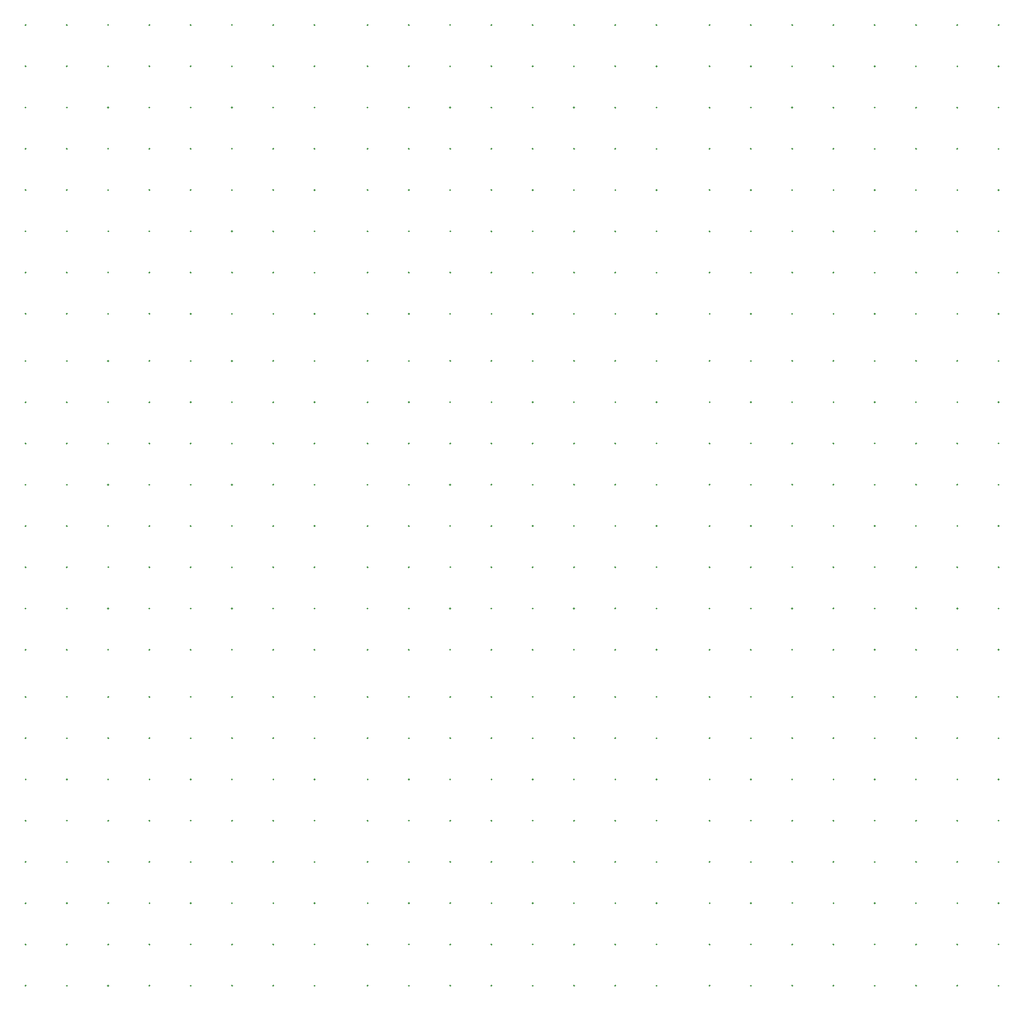
<source format=gbr>
%TF.GenerationSoftware,Altium Limited,Altium Designer,21.6.1 (37)*%
G04 Layer_Color=65535*
%FSLAX43Y43*%
%MOMM*%
%TF.SameCoordinates,8D5B277E-474B-43DD-86F4-B2073A371E15*%
%TF.FilePolarity,Positive*%
%TF.FileFunction,Legend,Top*%
%TF.Part,CustomerPanel*%
G01*
G75*
%TA.AperFunction,NonConductor*%
%ADD22C,0.200*%
D22*
X145060Y125778D02*
G03*
X145060Y125778I-100J0D01*
G01*
X117060Y167778D02*
G03*
X117060Y167778I-100J0D01*
G01*
X124060D02*
G03*
X124060Y167778I-100J0D01*
G01*
X131060D02*
G03*
X131060Y167778I-100J0D01*
G01*
X138060D02*
G03*
X138060Y167778I-100J0D01*
G01*
X145060D02*
G03*
X145060Y167778I-100J0D01*
G01*
X152060D02*
G03*
X152060Y167778I-100J0D01*
G01*
X159060D02*
G03*
X159060Y167778I-100J0D01*
G01*
X166060D02*
G03*
X166060Y167778I-100J0D01*
G01*
X117060Y160778D02*
G03*
X117060Y160778I-100J0D01*
G01*
X124060D02*
G03*
X124060Y160778I-100J0D01*
G01*
X131060D02*
G03*
X131060Y160778I-100J0D01*
G01*
X138060D02*
G03*
X138060Y160778I-100J0D01*
G01*
X145060D02*
G03*
X145060Y160778I-100J0D01*
G01*
X152060D02*
G03*
X152060Y160778I-100J0D01*
G01*
X159060D02*
G03*
X159060Y160778I-100J0D01*
G01*
X166060D02*
G03*
X166060Y160778I-100J0D01*
G01*
X117060Y153778D02*
G03*
X117060Y153778I-100J0D01*
G01*
X124060D02*
G03*
X124060Y153778I-100J0D01*
G01*
X131060D02*
G03*
X131060Y153778I-100J0D01*
G01*
X138060D02*
G03*
X138060Y153778I-100J0D01*
G01*
X145060D02*
G03*
X145060Y153778I-100J0D01*
G01*
X152060D02*
G03*
X152060Y153778I-100J0D01*
G01*
X159060D02*
G03*
X159060Y153778I-100J0D01*
G01*
X166060D02*
G03*
X166060Y153778I-100J0D01*
G01*
X117060Y146778D02*
G03*
X117060Y146778I-100J0D01*
G01*
X124060D02*
G03*
X124060Y146778I-100J0D01*
G01*
X131060D02*
G03*
X131060Y146778I-100J0D01*
G01*
X138060D02*
G03*
X138060Y146778I-100J0D01*
G01*
X145060D02*
G03*
X145060Y146778I-100J0D01*
G01*
X152060D02*
G03*
X152060Y146778I-100J0D01*
G01*
X159060D02*
G03*
X159060Y146778I-100J0D01*
G01*
X166060D02*
G03*
X166060Y146778I-100J0D01*
G01*
X117060Y139778D02*
G03*
X117060Y139778I-100J0D01*
G01*
X124060D02*
G03*
X124060Y139778I-100J0D01*
G01*
X131060D02*
G03*
X131060Y139778I-100J0D01*
G01*
X138060D02*
G03*
X138060Y139778I-100J0D01*
G01*
X145060D02*
G03*
X145060Y139778I-100J0D01*
G01*
X152060D02*
G03*
X152060Y139778I-100J0D01*
G01*
X159060D02*
G03*
X159060Y139778I-100J0D01*
G01*
X166060D02*
G03*
X166060Y139778I-100J0D01*
G01*
X117060Y132778D02*
G03*
X117060Y132778I-100J0D01*
G01*
X124060D02*
G03*
X124060Y132778I-100J0D01*
G01*
X131090Y132799D02*
G03*
X131090Y132799I-100J0D01*
G01*
X138060Y132778D02*
G03*
X138060Y132778I-100J0D01*
G01*
X145060D02*
G03*
X145060Y132778I-100J0D01*
G01*
X152060D02*
G03*
X152060Y132778I-100J0D01*
G01*
X159060D02*
G03*
X159060Y132778I-100J0D01*
G01*
X166060D02*
G03*
X166060Y132778I-100J0D01*
G01*
X117060Y125778D02*
G03*
X117060Y125778I-100J0D01*
G01*
X124060D02*
G03*
X124060Y125778I-100J0D01*
G01*
X131060D02*
G03*
X131060Y125778I-100J0D01*
G01*
X138060D02*
G03*
X138060Y125778I-100J0D01*
G01*
X152060D02*
G03*
X152060Y125778I-100J0D01*
G01*
X159060D02*
G03*
X159060Y125778I-100J0D01*
G01*
X166060D02*
G03*
X166060Y125778I-100J0D01*
G01*
X117060Y118778D02*
G03*
X117060Y118778I-100J0D01*
G01*
X124060D02*
G03*
X124060Y118778I-100J0D01*
G01*
X131060D02*
G03*
X131060Y118778I-100J0D01*
G01*
X138060D02*
G03*
X138060Y118778I-100J0D01*
G01*
X145060D02*
G03*
X145060Y118778I-100J0D01*
G01*
X152060D02*
G03*
X152060Y118778I-100J0D01*
G01*
X159060D02*
G03*
X159060Y118778I-100J0D01*
G01*
X166060D02*
G03*
X166060Y118778I-100J0D01*
G01*
X145060Y68778D02*
G03*
X145060Y68778I-100J0D01*
G01*
X117060Y110778D02*
G03*
X117060Y110778I-100J0D01*
G01*
X124060D02*
G03*
X124060Y110778I-100J0D01*
G01*
X131060D02*
G03*
X131060Y110778I-100J0D01*
G01*
X138060D02*
G03*
X138060Y110778I-100J0D01*
G01*
X145060D02*
G03*
X145060Y110778I-100J0D01*
G01*
X152060D02*
G03*
X152060Y110778I-100J0D01*
G01*
X159060D02*
G03*
X159060Y110778I-100J0D01*
G01*
X166060D02*
G03*
X166060Y110778I-100J0D01*
G01*
X117060Y103778D02*
G03*
X117060Y103778I-100J0D01*
G01*
X124060D02*
G03*
X124060Y103778I-100J0D01*
G01*
X131060D02*
G03*
X131060Y103778I-100J0D01*
G01*
X138060D02*
G03*
X138060Y103778I-100J0D01*
G01*
X145060D02*
G03*
X145060Y103778I-100J0D01*
G01*
X152060D02*
G03*
X152060Y103778I-100J0D01*
G01*
X159060D02*
G03*
X159060Y103778I-100J0D01*
G01*
X166060D02*
G03*
X166060Y103778I-100J0D01*
G01*
X117060Y96778D02*
G03*
X117060Y96778I-100J0D01*
G01*
X124060D02*
G03*
X124060Y96778I-100J0D01*
G01*
X131060D02*
G03*
X131060Y96778I-100J0D01*
G01*
X138060D02*
G03*
X138060Y96778I-100J0D01*
G01*
X145060D02*
G03*
X145060Y96778I-100J0D01*
G01*
X152060D02*
G03*
X152060Y96778I-100J0D01*
G01*
X159060D02*
G03*
X159060Y96778I-100J0D01*
G01*
X166060D02*
G03*
X166060Y96778I-100J0D01*
G01*
X117060Y89778D02*
G03*
X117060Y89778I-100J0D01*
G01*
X124060D02*
G03*
X124060Y89778I-100J0D01*
G01*
X131060D02*
G03*
X131060Y89778I-100J0D01*
G01*
X138060D02*
G03*
X138060Y89778I-100J0D01*
G01*
X145060D02*
G03*
X145060Y89778I-100J0D01*
G01*
X152060D02*
G03*
X152060Y89778I-100J0D01*
G01*
X159060D02*
G03*
X159060Y89778I-100J0D01*
G01*
X166060D02*
G03*
X166060Y89778I-100J0D01*
G01*
X117060Y82778D02*
G03*
X117060Y82778I-100J0D01*
G01*
X124060D02*
G03*
X124060Y82778I-100J0D01*
G01*
X131060D02*
G03*
X131060Y82778I-100J0D01*
G01*
X138060D02*
G03*
X138060Y82778I-100J0D01*
G01*
X145060D02*
G03*
X145060Y82778I-100J0D01*
G01*
X152060D02*
G03*
X152060Y82778I-100J0D01*
G01*
X159060D02*
G03*
X159060Y82778I-100J0D01*
G01*
X166060D02*
G03*
X166060Y82778I-100J0D01*
G01*
X117060Y75778D02*
G03*
X117060Y75778I-100J0D01*
G01*
X124060D02*
G03*
X124060Y75778I-100J0D01*
G01*
X131090Y75799D02*
G03*
X131090Y75799I-100J0D01*
G01*
X138060Y75778D02*
G03*
X138060Y75778I-100J0D01*
G01*
X145060D02*
G03*
X145060Y75778I-100J0D01*
G01*
X152060D02*
G03*
X152060Y75778I-100J0D01*
G01*
X159060D02*
G03*
X159060Y75778I-100J0D01*
G01*
X166060D02*
G03*
X166060Y75778I-100J0D01*
G01*
X117060Y68778D02*
G03*
X117060Y68778I-100J0D01*
G01*
X124060D02*
G03*
X124060Y68778I-100J0D01*
G01*
X131060D02*
G03*
X131060Y68778I-100J0D01*
G01*
X138060D02*
G03*
X138060Y68778I-100J0D01*
G01*
X152060D02*
G03*
X152060Y68778I-100J0D01*
G01*
X159060D02*
G03*
X159060Y68778I-100J0D01*
G01*
X166060D02*
G03*
X166060Y68778I-100J0D01*
G01*
X117060Y61778D02*
G03*
X117060Y61778I-100J0D01*
G01*
X124060D02*
G03*
X124060Y61778I-100J0D01*
G01*
X131060D02*
G03*
X131060Y61778I-100J0D01*
G01*
X138060D02*
G03*
X138060Y61778I-100J0D01*
G01*
X145060D02*
G03*
X145060Y61778I-100J0D01*
G01*
X152060D02*
G03*
X152060Y61778I-100J0D01*
G01*
X159060D02*
G03*
X159060Y61778I-100J0D01*
G01*
X166060D02*
G03*
X166060Y61778I-100J0D01*
G01*
X145060Y11778D02*
G03*
X145060Y11778I-100J0D01*
G01*
X117060Y53778D02*
G03*
X117060Y53778I-100J0D01*
G01*
X124060D02*
G03*
X124060Y53778I-100J0D01*
G01*
X131060D02*
G03*
X131060Y53778I-100J0D01*
G01*
X138060D02*
G03*
X138060Y53778I-100J0D01*
G01*
X145060D02*
G03*
X145060Y53778I-100J0D01*
G01*
X152060D02*
G03*
X152060Y53778I-100J0D01*
G01*
X159060D02*
G03*
X159060Y53778I-100J0D01*
G01*
X166060D02*
G03*
X166060Y53778I-100J0D01*
G01*
X117060Y46778D02*
G03*
X117060Y46778I-100J0D01*
G01*
X124060D02*
G03*
X124060Y46778I-100J0D01*
G01*
X131060D02*
G03*
X131060Y46778I-100J0D01*
G01*
X138060D02*
G03*
X138060Y46778I-100J0D01*
G01*
X145060D02*
G03*
X145060Y46778I-100J0D01*
G01*
X152060D02*
G03*
X152060Y46778I-100J0D01*
G01*
X159060D02*
G03*
X159060Y46778I-100J0D01*
G01*
X166060D02*
G03*
X166060Y46778I-100J0D01*
G01*
X117060Y39778D02*
G03*
X117060Y39778I-100J0D01*
G01*
X124060D02*
G03*
X124060Y39778I-100J0D01*
G01*
X131060D02*
G03*
X131060Y39778I-100J0D01*
G01*
X138060D02*
G03*
X138060Y39778I-100J0D01*
G01*
X145060D02*
G03*
X145060Y39778I-100J0D01*
G01*
X152060D02*
G03*
X152060Y39778I-100J0D01*
G01*
X159060D02*
G03*
X159060Y39778I-100J0D01*
G01*
X166060D02*
G03*
X166060Y39778I-100J0D01*
G01*
X117060Y32778D02*
G03*
X117060Y32778I-100J0D01*
G01*
X124060D02*
G03*
X124060Y32778I-100J0D01*
G01*
X131060D02*
G03*
X131060Y32778I-100J0D01*
G01*
X138060D02*
G03*
X138060Y32778I-100J0D01*
G01*
X145060D02*
G03*
X145060Y32778I-100J0D01*
G01*
X152060D02*
G03*
X152060Y32778I-100J0D01*
G01*
X159060D02*
G03*
X159060Y32778I-100J0D01*
G01*
X166060D02*
G03*
X166060Y32778I-100J0D01*
G01*
X117060Y25778D02*
G03*
X117060Y25778I-100J0D01*
G01*
X124060D02*
G03*
X124060Y25778I-100J0D01*
G01*
X131060D02*
G03*
X131060Y25778I-100J0D01*
G01*
X138060D02*
G03*
X138060Y25778I-100J0D01*
G01*
X145060D02*
G03*
X145060Y25778I-100J0D01*
G01*
X152060D02*
G03*
X152060Y25778I-100J0D01*
G01*
X159060D02*
G03*
X159060Y25778I-100J0D01*
G01*
X166060D02*
G03*
X166060Y25778I-100J0D01*
G01*
X117060Y18778D02*
G03*
X117060Y18778I-100J0D01*
G01*
X124060D02*
G03*
X124060Y18778I-100J0D01*
G01*
X131090Y18799D02*
G03*
X131090Y18799I-100J0D01*
G01*
X138060Y18778D02*
G03*
X138060Y18778I-100J0D01*
G01*
X145060D02*
G03*
X145060Y18778I-100J0D01*
G01*
X152060D02*
G03*
X152060Y18778I-100J0D01*
G01*
X159060D02*
G03*
X159060Y18778I-100J0D01*
G01*
X166060D02*
G03*
X166060Y18778I-100J0D01*
G01*
X117060Y11778D02*
G03*
X117060Y11778I-100J0D01*
G01*
X124060D02*
G03*
X124060Y11778I-100J0D01*
G01*
X131060D02*
G03*
X131060Y11778I-100J0D01*
G01*
X138060D02*
G03*
X138060Y11778I-100J0D01*
G01*
X152060D02*
G03*
X152060Y11778I-100J0D01*
G01*
X159060D02*
G03*
X159060Y11778I-100J0D01*
G01*
X166060D02*
G03*
X166060Y11778I-100J0D01*
G01*
X117060Y4778D02*
G03*
X117060Y4778I-100J0D01*
G01*
X124060D02*
G03*
X124060Y4778I-100J0D01*
G01*
X131060D02*
G03*
X131060Y4778I-100J0D01*
G01*
X138060D02*
G03*
X138060Y4778I-100J0D01*
G01*
X145060D02*
G03*
X145060Y4778I-100J0D01*
G01*
X152060D02*
G03*
X152060Y4778I-100J0D01*
G01*
X159060D02*
G03*
X159060Y4778I-100J0D01*
G01*
X166060D02*
G03*
X166060Y4778I-100J0D01*
G01*
X87060Y125778D02*
G03*
X87060Y125778I-100J0D01*
G01*
X59060Y167778D02*
G03*
X59060Y167778I-100J0D01*
G01*
X66060D02*
G03*
X66060Y167778I-100J0D01*
G01*
X73060D02*
G03*
X73060Y167778I-100J0D01*
G01*
X80060D02*
G03*
X80060Y167778I-100J0D01*
G01*
X87060D02*
G03*
X87060Y167778I-100J0D01*
G01*
X94060D02*
G03*
X94060Y167778I-100J0D01*
G01*
X101060D02*
G03*
X101060Y167778I-100J0D01*
G01*
X108060D02*
G03*
X108060Y167778I-100J0D01*
G01*
X59060Y160778D02*
G03*
X59060Y160778I-100J0D01*
G01*
X66060D02*
G03*
X66060Y160778I-100J0D01*
G01*
X73060D02*
G03*
X73060Y160778I-100J0D01*
G01*
X80060D02*
G03*
X80060Y160778I-100J0D01*
G01*
X87060D02*
G03*
X87060Y160778I-100J0D01*
G01*
X94060D02*
G03*
X94060Y160778I-100J0D01*
G01*
X101060D02*
G03*
X101060Y160778I-100J0D01*
G01*
X108060D02*
G03*
X108060Y160778I-100J0D01*
G01*
X59060Y153778D02*
G03*
X59060Y153778I-100J0D01*
G01*
X66060D02*
G03*
X66060Y153778I-100J0D01*
G01*
X73060D02*
G03*
X73060Y153778I-100J0D01*
G01*
X80060D02*
G03*
X80060Y153778I-100J0D01*
G01*
X87060D02*
G03*
X87060Y153778I-100J0D01*
G01*
X94060D02*
G03*
X94060Y153778I-100J0D01*
G01*
X101060D02*
G03*
X101060Y153778I-100J0D01*
G01*
X108060D02*
G03*
X108060Y153778I-100J0D01*
G01*
X59060Y146778D02*
G03*
X59060Y146778I-100J0D01*
G01*
X66060D02*
G03*
X66060Y146778I-100J0D01*
G01*
X73060D02*
G03*
X73060Y146778I-100J0D01*
G01*
X80060D02*
G03*
X80060Y146778I-100J0D01*
G01*
X87060D02*
G03*
X87060Y146778I-100J0D01*
G01*
X94060D02*
G03*
X94060Y146778I-100J0D01*
G01*
X101060D02*
G03*
X101060Y146778I-100J0D01*
G01*
X108060D02*
G03*
X108060Y146778I-100J0D01*
G01*
X59060Y139778D02*
G03*
X59060Y139778I-100J0D01*
G01*
X66060D02*
G03*
X66060Y139778I-100J0D01*
G01*
X73060D02*
G03*
X73060Y139778I-100J0D01*
G01*
X80060D02*
G03*
X80060Y139778I-100J0D01*
G01*
X87060D02*
G03*
X87060Y139778I-100J0D01*
G01*
X94060D02*
G03*
X94060Y139778I-100J0D01*
G01*
X101060D02*
G03*
X101060Y139778I-100J0D01*
G01*
X108060D02*
G03*
X108060Y139778I-100J0D01*
G01*
X59060Y132778D02*
G03*
X59060Y132778I-100J0D01*
G01*
X66060D02*
G03*
X66060Y132778I-100J0D01*
G01*
X73090Y132799D02*
G03*
X73090Y132799I-100J0D01*
G01*
X80060Y132778D02*
G03*
X80060Y132778I-100J0D01*
G01*
X87060D02*
G03*
X87060Y132778I-100J0D01*
G01*
X94060D02*
G03*
X94060Y132778I-100J0D01*
G01*
X101060D02*
G03*
X101060Y132778I-100J0D01*
G01*
X108060D02*
G03*
X108060Y132778I-100J0D01*
G01*
X59060Y125778D02*
G03*
X59060Y125778I-100J0D01*
G01*
X66060D02*
G03*
X66060Y125778I-100J0D01*
G01*
X73060D02*
G03*
X73060Y125778I-100J0D01*
G01*
X80060D02*
G03*
X80060Y125778I-100J0D01*
G01*
X94060D02*
G03*
X94060Y125778I-100J0D01*
G01*
X101060D02*
G03*
X101060Y125778I-100J0D01*
G01*
X108060D02*
G03*
X108060Y125778I-100J0D01*
G01*
X59060Y118778D02*
G03*
X59060Y118778I-100J0D01*
G01*
X66060D02*
G03*
X66060Y118778I-100J0D01*
G01*
X73060D02*
G03*
X73060Y118778I-100J0D01*
G01*
X80060D02*
G03*
X80060Y118778I-100J0D01*
G01*
X87060D02*
G03*
X87060Y118778I-100J0D01*
G01*
X94060D02*
G03*
X94060Y118778I-100J0D01*
G01*
X101060D02*
G03*
X101060Y118778I-100J0D01*
G01*
X108060D02*
G03*
X108060Y118778I-100J0D01*
G01*
X87060Y68778D02*
G03*
X87060Y68778I-100J0D01*
G01*
X59060Y110778D02*
G03*
X59060Y110778I-100J0D01*
G01*
X66060D02*
G03*
X66060Y110778I-100J0D01*
G01*
X73060D02*
G03*
X73060Y110778I-100J0D01*
G01*
X80060D02*
G03*
X80060Y110778I-100J0D01*
G01*
X87060D02*
G03*
X87060Y110778I-100J0D01*
G01*
X94060D02*
G03*
X94060Y110778I-100J0D01*
G01*
X101060D02*
G03*
X101060Y110778I-100J0D01*
G01*
X108060D02*
G03*
X108060Y110778I-100J0D01*
G01*
X59060Y103778D02*
G03*
X59060Y103778I-100J0D01*
G01*
X66060D02*
G03*
X66060Y103778I-100J0D01*
G01*
X73060D02*
G03*
X73060Y103778I-100J0D01*
G01*
X80060D02*
G03*
X80060Y103778I-100J0D01*
G01*
X87060D02*
G03*
X87060Y103778I-100J0D01*
G01*
X94060D02*
G03*
X94060Y103778I-100J0D01*
G01*
X101060D02*
G03*
X101060Y103778I-100J0D01*
G01*
X108060D02*
G03*
X108060Y103778I-100J0D01*
G01*
X59060Y96778D02*
G03*
X59060Y96778I-100J0D01*
G01*
X66060D02*
G03*
X66060Y96778I-100J0D01*
G01*
X73060D02*
G03*
X73060Y96778I-100J0D01*
G01*
X80060D02*
G03*
X80060Y96778I-100J0D01*
G01*
X87060D02*
G03*
X87060Y96778I-100J0D01*
G01*
X94060D02*
G03*
X94060Y96778I-100J0D01*
G01*
X101060D02*
G03*
X101060Y96778I-100J0D01*
G01*
X108060D02*
G03*
X108060Y96778I-100J0D01*
G01*
X59060Y89778D02*
G03*
X59060Y89778I-100J0D01*
G01*
X66060D02*
G03*
X66060Y89778I-100J0D01*
G01*
X73060D02*
G03*
X73060Y89778I-100J0D01*
G01*
X80060D02*
G03*
X80060Y89778I-100J0D01*
G01*
X87060D02*
G03*
X87060Y89778I-100J0D01*
G01*
X94060D02*
G03*
X94060Y89778I-100J0D01*
G01*
X101060D02*
G03*
X101060Y89778I-100J0D01*
G01*
X108060D02*
G03*
X108060Y89778I-100J0D01*
G01*
X59060Y82778D02*
G03*
X59060Y82778I-100J0D01*
G01*
X66060D02*
G03*
X66060Y82778I-100J0D01*
G01*
X73060D02*
G03*
X73060Y82778I-100J0D01*
G01*
X80060D02*
G03*
X80060Y82778I-100J0D01*
G01*
X87060D02*
G03*
X87060Y82778I-100J0D01*
G01*
X94060D02*
G03*
X94060Y82778I-100J0D01*
G01*
X101060D02*
G03*
X101060Y82778I-100J0D01*
G01*
X108060D02*
G03*
X108060Y82778I-100J0D01*
G01*
X59060Y75778D02*
G03*
X59060Y75778I-100J0D01*
G01*
X66060D02*
G03*
X66060Y75778I-100J0D01*
G01*
X73090Y75799D02*
G03*
X73090Y75799I-100J0D01*
G01*
X80060Y75778D02*
G03*
X80060Y75778I-100J0D01*
G01*
X87060D02*
G03*
X87060Y75778I-100J0D01*
G01*
X94060D02*
G03*
X94060Y75778I-100J0D01*
G01*
X101060D02*
G03*
X101060Y75778I-100J0D01*
G01*
X108060D02*
G03*
X108060Y75778I-100J0D01*
G01*
X59060Y68778D02*
G03*
X59060Y68778I-100J0D01*
G01*
X66060D02*
G03*
X66060Y68778I-100J0D01*
G01*
X73060D02*
G03*
X73060Y68778I-100J0D01*
G01*
X80060D02*
G03*
X80060Y68778I-100J0D01*
G01*
X94060D02*
G03*
X94060Y68778I-100J0D01*
G01*
X101060D02*
G03*
X101060Y68778I-100J0D01*
G01*
X108060D02*
G03*
X108060Y68778I-100J0D01*
G01*
X59060Y61778D02*
G03*
X59060Y61778I-100J0D01*
G01*
X66060D02*
G03*
X66060Y61778I-100J0D01*
G01*
X73060D02*
G03*
X73060Y61778I-100J0D01*
G01*
X80060D02*
G03*
X80060Y61778I-100J0D01*
G01*
X87060D02*
G03*
X87060Y61778I-100J0D01*
G01*
X94060D02*
G03*
X94060Y61778I-100J0D01*
G01*
X101060D02*
G03*
X101060Y61778I-100J0D01*
G01*
X108060D02*
G03*
X108060Y61778I-100J0D01*
G01*
X87060Y11778D02*
G03*
X87060Y11778I-100J0D01*
G01*
X59060Y53778D02*
G03*
X59060Y53778I-100J0D01*
G01*
X66060D02*
G03*
X66060Y53778I-100J0D01*
G01*
X73060D02*
G03*
X73060Y53778I-100J0D01*
G01*
X80060D02*
G03*
X80060Y53778I-100J0D01*
G01*
X87060D02*
G03*
X87060Y53778I-100J0D01*
G01*
X94060D02*
G03*
X94060Y53778I-100J0D01*
G01*
X101060D02*
G03*
X101060Y53778I-100J0D01*
G01*
X108060D02*
G03*
X108060Y53778I-100J0D01*
G01*
X59060Y46778D02*
G03*
X59060Y46778I-100J0D01*
G01*
X66060D02*
G03*
X66060Y46778I-100J0D01*
G01*
X73060D02*
G03*
X73060Y46778I-100J0D01*
G01*
X80060D02*
G03*
X80060Y46778I-100J0D01*
G01*
X87060D02*
G03*
X87060Y46778I-100J0D01*
G01*
X94060D02*
G03*
X94060Y46778I-100J0D01*
G01*
X101060D02*
G03*
X101060Y46778I-100J0D01*
G01*
X108060D02*
G03*
X108060Y46778I-100J0D01*
G01*
X59060Y39778D02*
G03*
X59060Y39778I-100J0D01*
G01*
X66060D02*
G03*
X66060Y39778I-100J0D01*
G01*
X73060D02*
G03*
X73060Y39778I-100J0D01*
G01*
X80060D02*
G03*
X80060Y39778I-100J0D01*
G01*
X87060D02*
G03*
X87060Y39778I-100J0D01*
G01*
X94060D02*
G03*
X94060Y39778I-100J0D01*
G01*
X101060D02*
G03*
X101060Y39778I-100J0D01*
G01*
X108060D02*
G03*
X108060Y39778I-100J0D01*
G01*
X59060Y32778D02*
G03*
X59060Y32778I-100J0D01*
G01*
X66060D02*
G03*
X66060Y32778I-100J0D01*
G01*
X73060D02*
G03*
X73060Y32778I-100J0D01*
G01*
X80060D02*
G03*
X80060Y32778I-100J0D01*
G01*
X87060D02*
G03*
X87060Y32778I-100J0D01*
G01*
X94060D02*
G03*
X94060Y32778I-100J0D01*
G01*
X101060D02*
G03*
X101060Y32778I-100J0D01*
G01*
X108060D02*
G03*
X108060Y32778I-100J0D01*
G01*
X59060Y25778D02*
G03*
X59060Y25778I-100J0D01*
G01*
X66060D02*
G03*
X66060Y25778I-100J0D01*
G01*
X73060D02*
G03*
X73060Y25778I-100J0D01*
G01*
X80060D02*
G03*
X80060Y25778I-100J0D01*
G01*
X87060D02*
G03*
X87060Y25778I-100J0D01*
G01*
X94060D02*
G03*
X94060Y25778I-100J0D01*
G01*
X101060D02*
G03*
X101060Y25778I-100J0D01*
G01*
X108060D02*
G03*
X108060Y25778I-100J0D01*
G01*
X59060Y18778D02*
G03*
X59060Y18778I-100J0D01*
G01*
X66060D02*
G03*
X66060Y18778I-100J0D01*
G01*
X73090Y18799D02*
G03*
X73090Y18799I-100J0D01*
G01*
X80060Y18778D02*
G03*
X80060Y18778I-100J0D01*
G01*
X87060D02*
G03*
X87060Y18778I-100J0D01*
G01*
X94060D02*
G03*
X94060Y18778I-100J0D01*
G01*
X101060D02*
G03*
X101060Y18778I-100J0D01*
G01*
X108060D02*
G03*
X108060Y18778I-100J0D01*
G01*
X59060Y11778D02*
G03*
X59060Y11778I-100J0D01*
G01*
X66060D02*
G03*
X66060Y11778I-100J0D01*
G01*
X73060D02*
G03*
X73060Y11778I-100J0D01*
G01*
X80060D02*
G03*
X80060Y11778I-100J0D01*
G01*
X94060D02*
G03*
X94060Y11778I-100J0D01*
G01*
X101060D02*
G03*
X101060Y11778I-100J0D01*
G01*
X108060D02*
G03*
X108060Y11778I-100J0D01*
G01*
X59060Y4778D02*
G03*
X59060Y4778I-100J0D01*
G01*
X66060D02*
G03*
X66060Y4778I-100J0D01*
G01*
X73060D02*
G03*
X73060Y4778I-100J0D01*
G01*
X80060D02*
G03*
X80060Y4778I-100J0D01*
G01*
X87060D02*
G03*
X87060Y4778I-100J0D01*
G01*
X94060D02*
G03*
X94060Y4778I-100J0D01*
G01*
X101060D02*
G03*
X101060Y4778I-100J0D01*
G01*
X108060D02*
G03*
X108060Y4778I-100J0D01*
G01*
X29060Y125778D02*
G03*
X29060Y125778I-100J0D01*
G01*
X1060Y167778D02*
G03*
X1060Y167778I-100J0D01*
G01*
X8060D02*
G03*
X8060Y167778I-100J0D01*
G01*
X15060D02*
G03*
X15060Y167778I-100J0D01*
G01*
X22060D02*
G03*
X22060Y167778I-100J0D01*
G01*
X29060D02*
G03*
X29060Y167778I-100J0D01*
G01*
X36060D02*
G03*
X36060Y167778I-100J0D01*
G01*
X43060D02*
G03*
X43060Y167778I-100J0D01*
G01*
X50060D02*
G03*
X50060Y167778I-100J0D01*
G01*
X1060Y160778D02*
G03*
X1060Y160778I-100J0D01*
G01*
X8060D02*
G03*
X8060Y160778I-100J0D01*
G01*
X15060D02*
G03*
X15060Y160778I-100J0D01*
G01*
X22060D02*
G03*
X22060Y160778I-100J0D01*
G01*
X29060D02*
G03*
X29060Y160778I-100J0D01*
G01*
X36060D02*
G03*
X36060Y160778I-100J0D01*
G01*
X43060D02*
G03*
X43060Y160778I-100J0D01*
G01*
X50060D02*
G03*
X50060Y160778I-100J0D01*
G01*
X1060Y153778D02*
G03*
X1060Y153778I-100J0D01*
G01*
X8060D02*
G03*
X8060Y153778I-100J0D01*
G01*
X15060D02*
G03*
X15060Y153778I-100J0D01*
G01*
X22060D02*
G03*
X22060Y153778I-100J0D01*
G01*
X29060D02*
G03*
X29060Y153778I-100J0D01*
G01*
X36060D02*
G03*
X36060Y153778I-100J0D01*
G01*
X43060D02*
G03*
X43060Y153778I-100J0D01*
G01*
X50060D02*
G03*
X50060Y153778I-100J0D01*
G01*
X1060Y146778D02*
G03*
X1060Y146778I-100J0D01*
G01*
X8060D02*
G03*
X8060Y146778I-100J0D01*
G01*
X15060D02*
G03*
X15060Y146778I-100J0D01*
G01*
X22060D02*
G03*
X22060Y146778I-100J0D01*
G01*
X29060D02*
G03*
X29060Y146778I-100J0D01*
G01*
X36060D02*
G03*
X36060Y146778I-100J0D01*
G01*
X43060D02*
G03*
X43060Y146778I-100J0D01*
G01*
X50060D02*
G03*
X50060Y146778I-100J0D01*
G01*
X1060Y139778D02*
G03*
X1060Y139778I-100J0D01*
G01*
X8060D02*
G03*
X8060Y139778I-100J0D01*
G01*
X15060D02*
G03*
X15060Y139778I-100J0D01*
G01*
X22060D02*
G03*
X22060Y139778I-100J0D01*
G01*
X29060D02*
G03*
X29060Y139778I-100J0D01*
G01*
X36060D02*
G03*
X36060Y139778I-100J0D01*
G01*
X43060D02*
G03*
X43060Y139778I-100J0D01*
G01*
X50060D02*
G03*
X50060Y139778I-100J0D01*
G01*
X1060Y132778D02*
G03*
X1060Y132778I-100J0D01*
G01*
X8060D02*
G03*
X8060Y132778I-100J0D01*
G01*
X15090Y132799D02*
G03*
X15090Y132799I-100J0D01*
G01*
X22060Y132778D02*
G03*
X22060Y132778I-100J0D01*
G01*
X29060D02*
G03*
X29060Y132778I-100J0D01*
G01*
X36060D02*
G03*
X36060Y132778I-100J0D01*
G01*
X43060D02*
G03*
X43060Y132778I-100J0D01*
G01*
X50060D02*
G03*
X50060Y132778I-100J0D01*
G01*
X1060Y125778D02*
G03*
X1060Y125778I-100J0D01*
G01*
X8060D02*
G03*
X8060Y125778I-100J0D01*
G01*
X15060D02*
G03*
X15060Y125778I-100J0D01*
G01*
X22060D02*
G03*
X22060Y125778I-100J0D01*
G01*
X36060D02*
G03*
X36060Y125778I-100J0D01*
G01*
X43060D02*
G03*
X43060Y125778I-100J0D01*
G01*
X50060D02*
G03*
X50060Y125778I-100J0D01*
G01*
X1060Y118778D02*
G03*
X1060Y118778I-100J0D01*
G01*
X8060D02*
G03*
X8060Y118778I-100J0D01*
G01*
X15060D02*
G03*
X15060Y118778I-100J0D01*
G01*
X22060D02*
G03*
X22060Y118778I-100J0D01*
G01*
X29060D02*
G03*
X29060Y118778I-100J0D01*
G01*
X36060D02*
G03*
X36060Y118778I-100J0D01*
G01*
X43060D02*
G03*
X43060Y118778I-100J0D01*
G01*
X50060D02*
G03*
X50060Y118778I-100J0D01*
G01*
X29060Y68778D02*
G03*
X29060Y68778I-100J0D01*
G01*
X1060Y110778D02*
G03*
X1060Y110778I-100J0D01*
G01*
X8060D02*
G03*
X8060Y110778I-100J0D01*
G01*
X15060D02*
G03*
X15060Y110778I-100J0D01*
G01*
X22060D02*
G03*
X22060Y110778I-100J0D01*
G01*
X29060D02*
G03*
X29060Y110778I-100J0D01*
G01*
X36060D02*
G03*
X36060Y110778I-100J0D01*
G01*
X43060D02*
G03*
X43060Y110778I-100J0D01*
G01*
X50060D02*
G03*
X50060Y110778I-100J0D01*
G01*
X1060Y103778D02*
G03*
X1060Y103778I-100J0D01*
G01*
X8060D02*
G03*
X8060Y103778I-100J0D01*
G01*
X15060D02*
G03*
X15060Y103778I-100J0D01*
G01*
X22060D02*
G03*
X22060Y103778I-100J0D01*
G01*
X29060D02*
G03*
X29060Y103778I-100J0D01*
G01*
X36060D02*
G03*
X36060Y103778I-100J0D01*
G01*
X43060D02*
G03*
X43060Y103778I-100J0D01*
G01*
X50060D02*
G03*
X50060Y103778I-100J0D01*
G01*
X1060Y96778D02*
G03*
X1060Y96778I-100J0D01*
G01*
X8060D02*
G03*
X8060Y96778I-100J0D01*
G01*
X15060D02*
G03*
X15060Y96778I-100J0D01*
G01*
X22060D02*
G03*
X22060Y96778I-100J0D01*
G01*
X29060D02*
G03*
X29060Y96778I-100J0D01*
G01*
X36060D02*
G03*
X36060Y96778I-100J0D01*
G01*
X43060D02*
G03*
X43060Y96778I-100J0D01*
G01*
X50060D02*
G03*
X50060Y96778I-100J0D01*
G01*
X1060Y89778D02*
G03*
X1060Y89778I-100J0D01*
G01*
X8060D02*
G03*
X8060Y89778I-100J0D01*
G01*
X15060D02*
G03*
X15060Y89778I-100J0D01*
G01*
X22060D02*
G03*
X22060Y89778I-100J0D01*
G01*
X29060D02*
G03*
X29060Y89778I-100J0D01*
G01*
X36060D02*
G03*
X36060Y89778I-100J0D01*
G01*
X43060D02*
G03*
X43060Y89778I-100J0D01*
G01*
X50060D02*
G03*
X50060Y89778I-100J0D01*
G01*
X1060Y82778D02*
G03*
X1060Y82778I-100J0D01*
G01*
X8060D02*
G03*
X8060Y82778I-100J0D01*
G01*
X15060D02*
G03*
X15060Y82778I-100J0D01*
G01*
X22060D02*
G03*
X22060Y82778I-100J0D01*
G01*
X29060D02*
G03*
X29060Y82778I-100J0D01*
G01*
X36060D02*
G03*
X36060Y82778I-100J0D01*
G01*
X43060D02*
G03*
X43060Y82778I-100J0D01*
G01*
X50060D02*
G03*
X50060Y82778I-100J0D01*
G01*
X1060Y75778D02*
G03*
X1060Y75778I-100J0D01*
G01*
X8060D02*
G03*
X8060Y75778I-100J0D01*
G01*
X15090Y75799D02*
G03*
X15090Y75799I-100J0D01*
G01*
X22060Y75778D02*
G03*
X22060Y75778I-100J0D01*
G01*
X29060D02*
G03*
X29060Y75778I-100J0D01*
G01*
X36060D02*
G03*
X36060Y75778I-100J0D01*
G01*
X43060D02*
G03*
X43060Y75778I-100J0D01*
G01*
X50060D02*
G03*
X50060Y75778I-100J0D01*
G01*
X1060Y68778D02*
G03*
X1060Y68778I-100J0D01*
G01*
X8060D02*
G03*
X8060Y68778I-100J0D01*
G01*
X15060D02*
G03*
X15060Y68778I-100J0D01*
G01*
X22060D02*
G03*
X22060Y68778I-100J0D01*
G01*
X36060D02*
G03*
X36060Y68778I-100J0D01*
G01*
X43060D02*
G03*
X43060Y68778I-100J0D01*
G01*
X50060D02*
G03*
X50060Y68778I-100J0D01*
G01*
X1060Y61778D02*
G03*
X1060Y61778I-100J0D01*
G01*
X8060D02*
G03*
X8060Y61778I-100J0D01*
G01*
X15060D02*
G03*
X15060Y61778I-100J0D01*
G01*
X22060D02*
G03*
X22060Y61778I-100J0D01*
G01*
X29060D02*
G03*
X29060Y61778I-100J0D01*
G01*
X36060D02*
G03*
X36060Y61778I-100J0D01*
G01*
X43060D02*
G03*
X43060Y61778I-100J0D01*
G01*
X50060D02*
G03*
X50060Y61778I-100J0D01*
G01*
X29060Y11778D02*
G03*
X29060Y11778I-100J0D01*
G01*
X1060Y53778D02*
G03*
X1060Y53778I-100J0D01*
G01*
X8060D02*
G03*
X8060Y53778I-100J0D01*
G01*
X15060D02*
G03*
X15060Y53778I-100J0D01*
G01*
X22060D02*
G03*
X22060Y53778I-100J0D01*
G01*
X29060D02*
G03*
X29060Y53778I-100J0D01*
G01*
X36060D02*
G03*
X36060Y53778I-100J0D01*
G01*
X43060D02*
G03*
X43060Y53778I-100J0D01*
G01*
X50060D02*
G03*
X50060Y53778I-100J0D01*
G01*
X1060Y46778D02*
G03*
X1060Y46778I-100J0D01*
G01*
X8060D02*
G03*
X8060Y46778I-100J0D01*
G01*
X15060D02*
G03*
X15060Y46778I-100J0D01*
G01*
X22060D02*
G03*
X22060Y46778I-100J0D01*
G01*
X29060D02*
G03*
X29060Y46778I-100J0D01*
G01*
X36060D02*
G03*
X36060Y46778I-100J0D01*
G01*
X43060D02*
G03*
X43060Y46778I-100J0D01*
G01*
X50060D02*
G03*
X50060Y46778I-100J0D01*
G01*
X1060Y39778D02*
G03*
X1060Y39778I-100J0D01*
G01*
X8060D02*
G03*
X8060Y39778I-100J0D01*
G01*
X15060D02*
G03*
X15060Y39778I-100J0D01*
G01*
X22060D02*
G03*
X22060Y39778I-100J0D01*
G01*
X29060D02*
G03*
X29060Y39778I-100J0D01*
G01*
X36060D02*
G03*
X36060Y39778I-100J0D01*
G01*
X43060D02*
G03*
X43060Y39778I-100J0D01*
G01*
X50060D02*
G03*
X50060Y39778I-100J0D01*
G01*
X1060Y32778D02*
G03*
X1060Y32778I-100J0D01*
G01*
X8060D02*
G03*
X8060Y32778I-100J0D01*
G01*
X15060D02*
G03*
X15060Y32778I-100J0D01*
G01*
X22060D02*
G03*
X22060Y32778I-100J0D01*
G01*
X29060D02*
G03*
X29060Y32778I-100J0D01*
G01*
X36060D02*
G03*
X36060Y32778I-100J0D01*
G01*
X43060D02*
G03*
X43060Y32778I-100J0D01*
G01*
X50060D02*
G03*
X50060Y32778I-100J0D01*
G01*
X1060Y25778D02*
G03*
X1060Y25778I-100J0D01*
G01*
X8060D02*
G03*
X8060Y25778I-100J0D01*
G01*
X15060D02*
G03*
X15060Y25778I-100J0D01*
G01*
X22060D02*
G03*
X22060Y25778I-100J0D01*
G01*
X29060D02*
G03*
X29060Y25778I-100J0D01*
G01*
X36060D02*
G03*
X36060Y25778I-100J0D01*
G01*
X43060D02*
G03*
X43060Y25778I-100J0D01*
G01*
X50060D02*
G03*
X50060Y25778I-100J0D01*
G01*
X1060Y18778D02*
G03*
X1060Y18778I-100J0D01*
G01*
X8060D02*
G03*
X8060Y18778I-100J0D01*
G01*
X15090Y18799D02*
G03*
X15090Y18799I-100J0D01*
G01*
X22060Y18778D02*
G03*
X22060Y18778I-100J0D01*
G01*
X29060D02*
G03*
X29060Y18778I-100J0D01*
G01*
X36060D02*
G03*
X36060Y18778I-100J0D01*
G01*
X43060D02*
G03*
X43060Y18778I-100J0D01*
G01*
X50060D02*
G03*
X50060Y18778I-100J0D01*
G01*
X1060Y11778D02*
G03*
X1060Y11778I-100J0D01*
G01*
X8060D02*
G03*
X8060Y11778I-100J0D01*
G01*
X15060D02*
G03*
X15060Y11778I-100J0D01*
G01*
X22060D02*
G03*
X22060Y11778I-100J0D01*
G01*
X36060D02*
G03*
X36060Y11778I-100J0D01*
G01*
X43060D02*
G03*
X43060Y11778I-100J0D01*
G01*
X50060D02*
G03*
X50060Y11778I-100J0D01*
G01*
X1060Y4778D02*
G03*
X1060Y4778I-100J0D01*
G01*
X8060D02*
G03*
X8060Y4778I-100J0D01*
G01*
X15060D02*
G03*
X15060Y4778I-100J0D01*
G01*
X22060D02*
G03*
X22060Y4778I-100J0D01*
G01*
X29060D02*
G03*
X29060Y4778I-100J0D01*
G01*
X36060D02*
G03*
X36060Y4778I-100J0D01*
G01*
X43060D02*
G03*
X43060Y4778I-100J0D01*
G01*
X50060D02*
G03*
X50060Y4778I-100J0D01*
G01*
%TF.MD5,5ae5cc3e9010ced70e6872e4f46eb725*%
M02*

</source>
